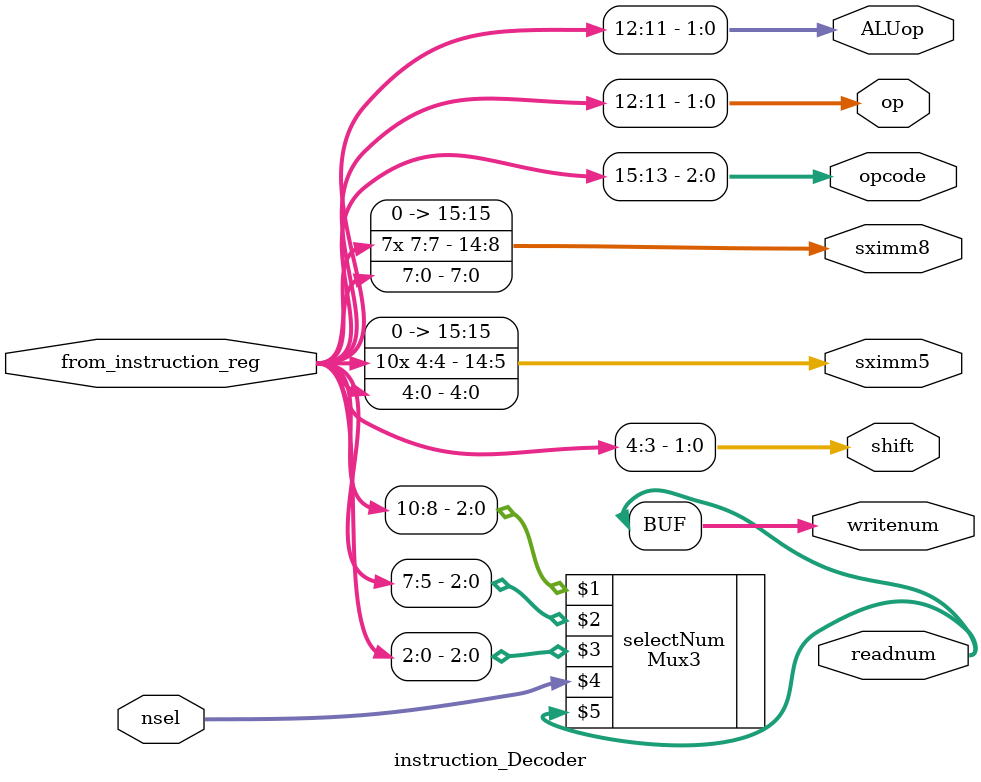
<source format=v>
module instruction_Decoder(from_instruction_reg, nsel, opcode, op, ALUop, sximm5, sximm8, shift, readnum, writenum);
    input [15:0] from_instruction_reg; //rename from_instruction_reg input. 
    input [2:0] nsel; //decide width of nsel from controller FSM
    output [2:0] opcode, readnum, writenum;
    output [1:0] op, ALUop, shift;
    output [15:0] sximm5, sximm8;

    //to controller FSM
    assign opcode = from_instruction_reg[15:13];
    assign op = from_instruction_reg[12:11];

    //to datapath
    assign ALUop = from_instruction_reg[12:11];
    assign sximm5 = {{11{from_instruction_reg[4]}}, from_instruction_reg[3:0]};
    assign sximm8 = {{8{from_instruction_reg[7]}}, from_instruction_reg[6:0]};
    assign shift = from_instruction_reg[4:3];
    
    Mux3 #(3) selectNum(from_instruction_reg[10:8], from_instruction_reg[7:5], from_instruction_reg[2:0], nsel, readnum); //check order of inputs
    assign writenum = readnum;
endmodule

</source>
